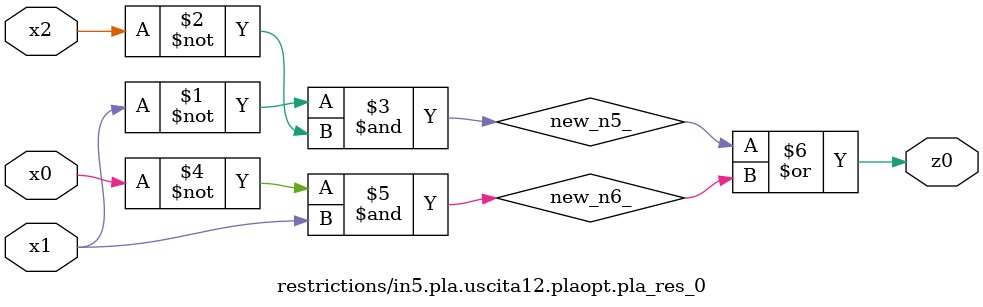
<source format=v>

module \restrictions/in5.pla.uscita12.plaopt.pla_res_0  ( 
    x0, x1, x2,
    z0  );
  input  x0, x1, x2;
  output z0;
  wire new_n5_, new_n6_;
  assign new_n5_ = ~x1 & ~x2;
  assign new_n6_ = ~x0 & x1;
  assign z0 = new_n5_ | new_n6_;
endmodule



</source>
